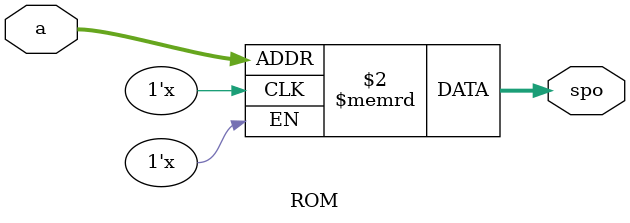
<source format=v>
module ROM (
        input [9:0] a,      //PC值
        output reg [31:0] spo  //读取得到32位指令
    );
    reg [31:0] rom[1023:0];
    //下降沿取指令
    always@*begin
        //取指令
        spo = rom[a];
       // $display("spo:%h",spo);
    end
endmodule 
</source>
